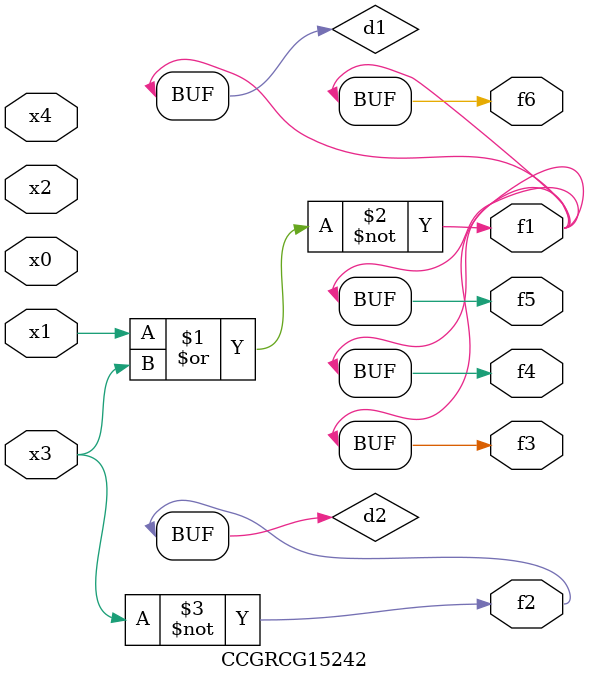
<source format=v>
module CCGRCG15242(
	input x0, x1, x2, x3, x4,
	output f1, f2, f3, f4, f5, f6
);

	wire d1, d2;

	nor (d1, x1, x3);
	not (d2, x3);
	assign f1 = d1;
	assign f2 = d2;
	assign f3 = d1;
	assign f4 = d1;
	assign f5 = d1;
	assign f6 = d1;
endmodule

</source>
